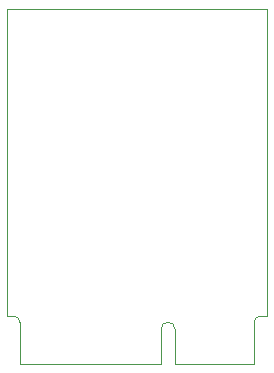
<source format=gbr>
%TF.GenerationSoftware,KiCad,Pcbnew,9.0.3*%
%TF.CreationDate,2025-08-15T19:30:48-04:00*%
%TF.ProjectId,M.2-to-Serial-RPI-3P-Debug-UART,4d2e322d-746f-42d5-9365-7269616c2d52,rev?*%
%TF.SameCoordinates,Original*%
%TF.FileFunction,Profile,NP*%
%FSLAX46Y46*%
G04 Gerber Fmt 4.6, Leading zero omitted, Abs format (unit mm)*
G04 Created by KiCad (PCBNEW 9.0.3) date 2025-08-15 19:30:48*
%MOMM*%
%LPD*%
G01*
G04 APERTURE LIST*
%TA.AperFunction,Profile*%
%ADD10C,0.100000*%
%TD*%
G04 APERTURE END LIST*
D10*
X143505000Y-138640000D02*
X143505000Y-112640000D01*
X121505000Y-112640000D02*
X121505000Y-138640000D01*
X143505000Y-112640000D02*
X121505000Y-112640000D01*
%TO.C,J1*%
X121505000Y-138640000D02*
X122080000Y-138640000D01*
X122580000Y-139140000D02*
X122580000Y-142640000D01*
X134525000Y-139740000D02*
X134525000Y-142640000D01*
X134525000Y-142640000D02*
X122580000Y-142640000D01*
X135725000Y-139740000D02*
X135725000Y-142640000D01*
X135725000Y-142640000D02*
X142430000Y-142640000D01*
X142430000Y-139140000D02*
X142430000Y-142640000D01*
X142930000Y-138640000D02*
X143505000Y-138640000D01*
X122080000Y-138640000D02*
G75*
G02*
X122580000Y-139140000I-1J-500001D01*
G01*
X134525000Y-139740000D02*
G75*
G02*
X135725000Y-139740000I600000J0D01*
G01*
X142430000Y-139140000D02*
G75*
G02*
X142930000Y-138640000I500000J0D01*
G01*
%TD*%
M02*

</source>
